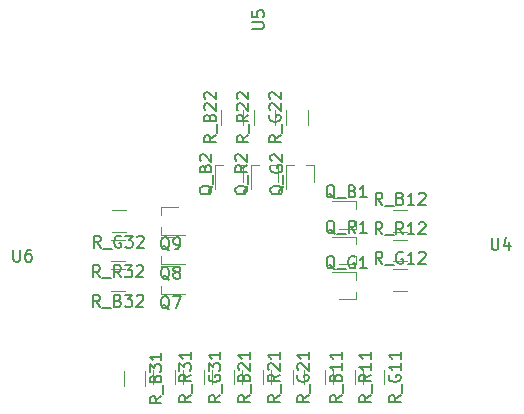
<source format=gbr>
G04 #@! TF.GenerationSoftware,KiCad,Pcbnew,5.1.6*
G04 #@! TF.CreationDate,2020-07-28T12:29:14+02:00*
G04 #@! TF.ProjectId,ESP32_lamp,45535033-325f-46c6-916d-702e6b696361,rev?*
G04 #@! TF.SameCoordinates,Original*
G04 #@! TF.FileFunction,Legend,Top*
G04 #@! TF.FilePolarity,Positive*
%FSLAX46Y46*%
G04 Gerber Fmt 4.6, Leading zero omitted, Abs format (unit mm)*
G04 Created by KiCad (PCBNEW 5.1.6) date 2020-07-28 12:29:14*
%MOMM*%
%LPD*%
G01*
G04 APERTURE LIST*
%ADD10C,0.120000*%
%ADD11C,0.150000*%
G04 APERTURE END LIST*
D10*
X154090000Y-99352064D02*
X154090000Y-98147936D01*
X155910000Y-99352064D02*
X155910000Y-98147936D01*
X154910000Y-120147936D02*
X154910000Y-121352064D01*
X153090000Y-120147936D02*
X153090000Y-121352064D01*
X165897936Y-109090000D02*
X167102064Y-109090000D01*
X165897936Y-110910000D02*
X167102064Y-110910000D01*
X162660000Y-120147936D02*
X162660000Y-121352064D01*
X160840000Y-120147936D02*
X160840000Y-121352064D01*
X156840000Y-99352064D02*
X156840000Y-98147936D01*
X158660000Y-99352064D02*
X158660000Y-98147936D01*
X157410000Y-120147936D02*
X157410000Y-121352064D01*
X155590000Y-120147936D02*
X155590000Y-121352064D01*
X165897936Y-111590000D02*
X167102064Y-111590000D01*
X165897936Y-113410000D02*
X167102064Y-113410000D01*
X165160000Y-120147936D02*
X165160000Y-121352064D01*
X163340000Y-120147936D02*
X163340000Y-121352064D01*
X151340000Y-99352064D02*
X151340000Y-98147936D01*
X153160000Y-99352064D02*
X153160000Y-98147936D01*
X152410000Y-120147936D02*
X152410000Y-121352064D01*
X150590000Y-120147936D02*
X150590000Y-121352064D01*
X165897936Y-106590000D02*
X167102064Y-106590000D01*
X165897936Y-108410000D02*
X167102064Y-108410000D01*
X160160000Y-120147936D02*
X160160000Y-121352064D01*
X158340000Y-120147936D02*
X158340000Y-121352064D01*
X143252064Y-108410000D02*
X142047936Y-108410000D01*
X143252064Y-106590000D02*
X142047936Y-106590000D01*
X143202064Y-110910000D02*
X141997936Y-110910000D01*
X143202064Y-109090000D02*
X141997936Y-109090000D01*
X143202064Y-113410000D02*
X141997936Y-113410000D01*
X143202064Y-111590000D02*
X141997936Y-111590000D01*
X149910000Y-120147936D02*
X149910000Y-121352064D01*
X148090000Y-120147936D02*
X148090000Y-121352064D01*
X147410000Y-120147936D02*
X147410000Y-121352064D01*
X145590000Y-120147936D02*
X145590000Y-121352064D01*
X144910000Y-120247936D02*
X144910000Y-121452064D01*
X143090000Y-120247936D02*
X143090000Y-121452064D01*
X155500000Y-102770000D02*
X156160000Y-102770000D01*
X153840000Y-102770000D02*
X154500000Y-102770000D01*
X153840000Y-102770000D02*
X153840000Y-104800000D01*
X156160000Y-104180000D02*
X156160000Y-102770000D01*
X162730000Y-110500000D02*
X162730000Y-111160000D01*
X162730000Y-108840000D02*
X162730000Y-109500000D01*
X162730000Y-108840000D02*
X160700000Y-108840000D01*
X161320000Y-111160000D02*
X162730000Y-111160000D01*
X158500000Y-102770000D02*
X159160000Y-102770000D01*
X156840000Y-102770000D02*
X157500000Y-102770000D01*
X156840000Y-102770000D02*
X156840000Y-104800000D01*
X159160000Y-104180000D02*
X159160000Y-102770000D01*
X162730000Y-113500000D02*
X162730000Y-114160000D01*
X162730000Y-111840000D02*
X162730000Y-112500000D01*
X162730000Y-111840000D02*
X160700000Y-111840000D01*
X161320000Y-114160000D02*
X162730000Y-114160000D01*
X152500000Y-102770000D02*
X153160000Y-102770000D01*
X150840000Y-102770000D02*
X151500000Y-102770000D01*
X150840000Y-102770000D02*
X150840000Y-104800000D01*
X153160000Y-104180000D02*
X153160000Y-102770000D01*
X162730000Y-107500000D02*
X162730000Y-108160000D01*
X162730000Y-105840000D02*
X162730000Y-106500000D01*
X162730000Y-105840000D02*
X160700000Y-105840000D01*
X161320000Y-108160000D02*
X162730000Y-108160000D01*
X146270000Y-107000000D02*
X146270000Y-106340000D01*
X146270000Y-108660000D02*
X146270000Y-108000000D01*
X146270000Y-108660000D02*
X148300000Y-108660000D01*
X147680000Y-106340000D02*
X146270000Y-106340000D01*
X146270000Y-109500000D02*
X146270000Y-108840000D01*
X146270000Y-111160000D02*
X146270000Y-110500000D01*
X146270000Y-111160000D02*
X148300000Y-111160000D01*
X147680000Y-108840000D02*
X146270000Y-108840000D01*
X146270000Y-112000000D02*
X146270000Y-111340000D01*
X146270000Y-113660000D02*
X146270000Y-113000000D01*
X146270000Y-113660000D02*
X148300000Y-113660000D01*
X147680000Y-111340000D02*
X146270000Y-111340000D01*
D11*
X133738095Y-109952380D02*
X133738095Y-110761904D01*
X133785714Y-110857142D01*
X133833333Y-110904761D01*
X133928571Y-110952380D01*
X134119047Y-110952380D01*
X134214285Y-110904761D01*
X134261904Y-110857142D01*
X134309523Y-110761904D01*
X134309523Y-109952380D01*
X135214285Y-109952380D02*
X135023809Y-109952380D01*
X134928571Y-110000000D01*
X134880952Y-110047619D01*
X134785714Y-110190476D01*
X134738095Y-110380952D01*
X134738095Y-110761904D01*
X134785714Y-110857142D01*
X134833333Y-110904761D01*
X134928571Y-110952380D01*
X135119047Y-110952380D01*
X135214285Y-110904761D01*
X135261904Y-110857142D01*
X135309523Y-110761904D01*
X135309523Y-110523809D01*
X135261904Y-110428571D01*
X135214285Y-110380952D01*
X135119047Y-110333333D01*
X134928571Y-110333333D01*
X134833333Y-110380952D01*
X134785714Y-110428571D01*
X134738095Y-110523809D01*
X153952380Y-91261904D02*
X154761904Y-91261904D01*
X154857142Y-91214285D01*
X154904761Y-91166666D01*
X154952380Y-91071428D01*
X154952380Y-90880952D01*
X154904761Y-90785714D01*
X154857142Y-90738095D01*
X154761904Y-90690476D01*
X153952380Y-90690476D01*
X153952380Y-89738095D02*
X153952380Y-90214285D01*
X154428571Y-90261904D01*
X154380952Y-90214285D01*
X154333333Y-90119047D01*
X154333333Y-89880952D01*
X154380952Y-89785714D01*
X154428571Y-89738095D01*
X154523809Y-89690476D01*
X154761904Y-89690476D01*
X154857142Y-89738095D01*
X154904761Y-89785714D01*
X154952380Y-89880952D01*
X154952380Y-90119047D01*
X154904761Y-90214285D01*
X154857142Y-90261904D01*
X174238095Y-108952380D02*
X174238095Y-109761904D01*
X174285714Y-109857142D01*
X174333333Y-109904761D01*
X174428571Y-109952380D01*
X174619047Y-109952380D01*
X174714285Y-109904761D01*
X174761904Y-109857142D01*
X174809523Y-109761904D01*
X174809523Y-108952380D01*
X175714285Y-109285714D02*
X175714285Y-109952380D01*
X175476190Y-108904761D02*
X175238095Y-109619047D01*
X175857142Y-109619047D01*
X153632380Y-100273809D02*
X153156190Y-100607142D01*
X153632380Y-100845238D02*
X152632380Y-100845238D01*
X152632380Y-100464285D01*
X152680000Y-100369047D01*
X152727619Y-100321428D01*
X152822857Y-100273809D01*
X152965714Y-100273809D01*
X153060952Y-100321428D01*
X153108571Y-100369047D01*
X153156190Y-100464285D01*
X153156190Y-100845238D01*
X153727619Y-100083333D02*
X153727619Y-99321428D01*
X153632380Y-98511904D02*
X153156190Y-98845238D01*
X153632380Y-99083333D02*
X152632380Y-99083333D01*
X152632380Y-98702380D01*
X152680000Y-98607142D01*
X152727619Y-98559523D01*
X152822857Y-98511904D01*
X152965714Y-98511904D01*
X153060952Y-98559523D01*
X153108571Y-98607142D01*
X153156190Y-98702380D01*
X153156190Y-99083333D01*
X152727619Y-98130952D02*
X152680000Y-98083333D01*
X152632380Y-97988095D01*
X152632380Y-97750000D01*
X152680000Y-97654761D01*
X152727619Y-97607142D01*
X152822857Y-97559523D01*
X152918095Y-97559523D01*
X153060952Y-97607142D01*
X153632380Y-98178571D01*
X153632380Y-97559523D01*
X152727619Y-97178571D02*
X152680000Y-97130952D01*
X152632380Y-97035714D01*
X152632380Y-96797619D01*
X152680000Y-96702380D01*
X152727619Y-96654761D01*
X152822857Y-96607142D01*
X152918095Y-96607142D01*
X153060952Y-96654761D01*
X153632380Y-97226190D01*
X153632380Y-96607142D01*
X156272380Y-122273809D02*
X155796190Y-122607142D01*
X156272380Y-122845238D02*
X155272380Y-122845238D01*
X155272380Y-122464285D01*
X155320000Y-122369047D01*
X155367619Y-122321428D01*
X155462857Y-122273809D01*
X155605714Y-122273809D01*
X155700952Y-122321428D01*
X155748571Y-122369047D01*
X155796190Y-122464285D01*
X155796190Y-122845238D01*
X156367619Y-122083333D02*
X156367619Y-121321428D01*
X156272380Y-120511904D02*
X155796190Y-120845238D01*
X156272380Y-121083333D02*
X155272380Y-121083333D01*
X155272380Y-120702380D01*
X155320000Y-120607142D01*
X155367619Y-120559523D01*
X155462857Y-120511904D01*
X155605714Y-120511904D01*
X155700952Y-120559523D01*
X155748571Y-120607142D01*
X155796190Y-120702380D01*
X155796190Y-121083333D01*
X155367619Y-120130952D02*
X155320000Y-120083333D01*
X155272380Y-119988095D01*
X155272380Y-119750000D01*
X155320000Y-119654761D01*
X155367619Y-119607142D01*
X155462857Y-119559523D01*
X155558095Y-119559523D01*
X155700952Y-119607142D01*
X156272380Y-120178571D01*
X156272380Y-119559523D01*
X156272380Y-118607142D02*
X156272380Y-119178571D01*
X156272380Y-118892857D02*
X155272380Y-118892857D01*
X155415238Y-118988095D01*
X155510476Y-119083333D01*
X155558095Y-119178571D01*
X164976190Y-108632380D02*
X164642857Y-108156190D01*
X164404761Y-108632380D02*
X164404761Y-107632380D01*
X164785714Y-107632380D01*
X164880952Y-107680000D01*
X164928571Y-107727619D01*
X164976190Y-107822857D01*
X164976190Y-107965714D01*
X164928571Y-108060952D01*
X164880952Y-108108571D01*
X164785714Y-108156190D01*
X164404761Y-108156190D01*
X165166666Y-108727619D02*
X165928571Y-108727619D01*
X166738095Y-108632380D02*
X166404761Y-108156190D01*
X166166666Y-108632380D02*
X166166666Y-107632380D01*
X166547619Y-107632380D01*
X166642857Y-107680000D01*
X166690476Y-107727619D01*
X166738095Y-107822857D01*
X166738095Y-107965714D01*
X166690476Y-108060952D01*
X166642857Y-108108571D01*
X166547619Y-108156190D01*
X166166666Y-108156190D01*
X167690476Y-108632380D02*
X167119047Y-108632380D01*
X167404761Y-108632380D02*
X167404761Y-107632380D01*
X167309523Y-107775238D01*
X167214285Y-107870476D01*
X167119047Y-107918095D01*
X168071428Y-107727619D02*
X168119047Y-107680000D01*
X168214285Y-107632380D01*
X168452380Y-107632380D01*
X168547619Y-107680000D01*
X168595238Y-107727619D01*
X168642857Y-107822857D01*
X168642857Y-107918095D01*
X168595238Y-108060952D01*
X168023809Y-108632380D01*
X168642857Y-108632380D01*
X164022380Y-122273809D02*
X163546190Y-122607142D01*
X164022380Y-122845238D02*
X163022380Y-122845238D01*
X163022380Y-122464285D01*
X163070000Y-122369047D01*
X163117619Y-122321428D01*
X163212857Y-122273809D01*
X163355714Y-122273809D01*
X163450952Y-122321428D01*
X163498571Y-122369047D01*
X163546190Y-122464285D01*
X163546190Y-122845238D01*
X164117619Y-122083333D02*
X164117619Y-121321428D01*
X164022380Y-120511904D02*
X163546190Y-120845238D01*
X164022380Y-121083333D02*
X163022380Y-121083333D01*
X163022380Y-120702380D01*
X163070000Y-120607142D01*
X163117619Y-120559523D01*
X163212857Y-120511904D01*
X163355714Y-120511904D01*
X163450952Y-120559523D01*
X163498571Y-120607142D01*
X163546190Y-120702380D01*
X163546190Y-121083333D01*
X164022380Y-119559523D02*
X164022380Y-120130952D01*
X164022380Y-119845238D02*
X163022380Y-119845238D01*
X163165238Y-119940476D01*
X163260476Y-120035714D01*
X163308095Y-120130952D01*
X164022380Y-118607142D02*
X164022380Y-119178571D01*
X164022380Y-118892857D02*
X163022380Y-118892857D01*
X163165238Y-118988095D01*
X163260476Y-119083333D01*
X163308095Y-119178571D01*
X156382380Y-100273809D02*
X155906190Y-100607142D01*
X156382380Y-100845238D02*
X155382380Y-100845238D01*
X155382380Y-100464285D01*
X155430000Y-100369047D01*
X155477619Y-100321428D01*
X155572857Y-100273809D01*
X155715714Y-100273809D01*
X155810952Y-100321428D01*
X155858571Y-100369047D01*
X155906190Y-100464285D01*
X155906190Y-100845238D01*
X156477619Y-100083333D02*
X156477619Y-99321428D01*
X155430000Y-98559523D02*
X155382380Y-98654761D01*
X155382380Y-98797619D01*
X155430000Y-98940476D01*
X155525238Y-99035714D01*
X155620476Y-99083333D01*
X155810952Y-99130952D01*
X155953809Y-99130952D01*
X156144285Y-99083333D01*
X156239523Y-99035714D01*
X156334761Y-98940476D01*
X156382380Y-98797619D01*
X156382380Y-98702380D01*
X156334761Y-98559523D01*
X156287142Y-98511904D01*
X155953809Y-98511904D01*
X155953809Y-98702380D01*
X155477619Y-98130952D02*
X155430000Y-98083333D01*
X155382380Y-97988095D01*
X155382380Y-97750000D01*
X155430000Y-97654761D01*
X155477619Y-97607142D01*
X155572857Y-97559523D01*
X155668095Y-97559523D01*
X155810952Y-97607142D01*
X156382380Y-98178571D01*
X156382380Y-97559523D01*
X155477619Y-97178571D02*
X155430000Y-97130952D01*
X155382380Y-97035714D01*
X155382380Y-96797619D01*
X155430000Y-96702380D01*
X155477619Y-96654761D01*
X155572857Y-96607142D01*
X155668095Y-96607142D01*
X155810952Y-96654761D01*
X156382380Y-97226190D01*
X156382380Y-96607142D01*
X158772380Y-122273809D02*
X158296190Y-122607142D01*
X158772380Y-122845238D02*
X157772380Y-122845238D01*
X157772380Y-122464285D01*
X157820000Y-122369047D01*
X157867619Y-122321428D01*
X157962857Y-122273809D01*
X158105714Y-122273809D01*
X158200952Y-122321428D01*
X158248571Y-122369047D01*
X158296190Y-122464285D01*
X158296190Y-122845238D01*
X158867619Y-122083333D02*
X158867619Y-121321428D01*
X157820000Y-120559523D02*
X157772380Y-120654761D01*
X157772380Y-120797619D01*
X157820000Y-120940476D01*
X157915238Y-121035714D01*
X158010476Y-121083333D01*
X158200952Y-121130952D01*
X158343809Y-121130952D01*
X158534285Y-121083333D01*
X158629523Y-121035714D01*
X158724761Y-120940476D01*
X158772380Y-120797619D01*
X158772380Y-120702380D01*
X158724761Y-120559523D01*
X158677142Y-120511904D01*
X158343809Y-120511904D01*
X158343809Y-120702380D01*
X157867619Y-120130952D02*
X157820000Y-120083333D01*
X157772380Y-119988095D01*
X157772380Y-119750000D01*
X157820000Y-119654761D01*
X157867619Y-119607142D01*
X157962857Y-119559523D01*
X158058095Y-119559523D01*
X158200952Y-119607142D01*
X158772380Y-120178571D01*
X158772380Y-119559523D01*
X158772380Y-118607142D02*
X158772380Y-119178571D01*
X158772380Y-118892857D02*
X157772380Y-118892857D01*
X157915238Y-118988095D01*
X158010476Y-119083333D01*
X158058095Y-119178571D01*
X164976190Y-111132380D02*
X164642857Y-110656190D01*
X164404761Y-111132380D02*
X164404761Y-110132380D01*
X164785714Y-110132380D01*
X164880952Y-110180000D01*
X164928571Y-110227619D01*
X164976190Y-110322857D01*
X164976190Y-110465714D01*
X164928571Y-110560952D01*
X164880952Y-110608571D01*
X164785714Y-110656190D01*
X164404761Y-110656190D01*
X165166666Y-111227619D02*
X165928571Y-111227619D01*
X166690476Y-110180000D02*
X166595238Y-110132380D01*
X166452380Y-110132380D01*
X166309523Y-110180000D01*
X166214285Y-110275238D01*
X166166666Y-110370476D01*
X166119047Y-110560952D01*
X166119047Y-110703809D01*
X166166666Y-110894285D01*
X166214285Y-110989523D01*
X166309523Y-111084761D01*
X166452380Y-111132380D01*
X166547619Y-111132380D01*
X166690476Y-111084761D01*
X166738095Y-111037142D01*
X166738095Y-110703809D01*
X166547619Y-110703809D01*
X167690476Y-111132380D02*
X167119047Y-111132380D01*
X167404761Y-111132380D02*
X167404761Y-110132380D01*
X167309523Y-110275238D01*
X167214285Y-110370476D01*
X167119047Y-110418095D01*
X168071428Y-110227619D02*
X168119047Y-110180000D01*
X168214285Y-110132380D01*
X168452380Y-110132380D01*
X168547619Y-110180000D01*
X168595238Y-110227619D01*
X168642857Y-110322857D01*
X168642857Y-110418095D01*
X168595238Y-110560952D01*
X168023809Y-111132380D01*
X168642857Y-111132380D01*
X166522380Y-122273809D02*
X166046190Y-122607142D01*
X166522380Y-122845238D02*
X165522380Y-122845238D01*
X165522380Y-122464285D01*
X165570000Y-122369047D01*
X165617619Y-122321428D01*
X165712857Y-122273809D01*
X165855714Y-122273809D01*
X165950952Y-122321428D01*
X165998571Y-122369047D01*
X166046190Y-122464285D01*
X166046190Y-122845238D01*
X166617619Y-122083333D02*
X166617619Y-121321428D01*
X165570000Y-120559523D02*
X165522380Y-120654761D01*
X165522380Y-120797619D01*
X165570000Y-120940476D01*
X165665238Y-121035714D01*
X165760476Y-121083333D01*
X165950952Y-121130952D01*
X166093809Y-121130952D01*
X166284285Y-121083333D01*
X166379523Y-121035714D01*
X166474761Y-120940476D01*
X166522380Y-120797619D01*
X166522380Y-120702380D01*
X166474761Y-120559523D01*
X166427142Y-120511904D01*
X166093809Y-120511904D01*
X166093809Y-120702380D01*
X166522380Y-119559523D02*
X166522380Y-120130952D01*
X166522380Y-119845238D02*
X165522380Y-119845238D01*
X165665238Y-119940476D01*
X165760476Y-120035714D01*
X165808095Y-120130952D01*
X166522380Y-118607142D02*
X166522380Y-119178571D01*
X166522380Y-118892857D02*
X165522380Y-118892857D01*
X165665238Y-118988095D01*
X165760476Y-119083333D01*
X165808095Y-119178571D01*
X150882380Y-100273809D02*
X150406190Y-100607142D01*
X150882380Y-100845238D02*
X149882380Y-100845238D01*
X149882380Y-100464285D01*
X149930000Y-100369047D01*
X149977619Y-100321428D01*
X150072857Y-100273809D01*
X150215714Y-100273809D01*
X150310952Y-100321428D01*
X150358571Y-100369047D01*
X150406190Y-100464285D01*
X150406190Y-100845238D01*
X150977619Y-100083333D02*
X150977619Y-99321428D01*
X150358571Y-98750000D02*
X150406190Y-98607142D01*
X150453809Y-98559523D01*
X150549047Y-98511904D01*
X150691904Y-98511904D01*
X150787142Y-98559523D01*
X150834761Y-98607142D01*
X150882380Y-98702380D01*
X150882380Y-99083333D01*
X149882380Y-99083333D01*
X149882380Y-98750000D01*
X149930000Y-98654761D01*
X149977619Y-98607142D01*
X150072857Y-98559523D01*
X150168095Y-98559523D01*
X150263333Y-98607142D01*
X150310952Y-98654761D01*
X150358571Y-98750000D01*
X150358571Y-99083333D01*
X149977619Y-98130952D02*
X149930000Y-98083333D01*
X149882380Y-97988095D01*
X149882380Y-97750000D01*
X149930000Y-97654761D01*
X149977619Y-97607142D01*
X150072857Y-97559523D01*
X150168095Y-97559523D01*
X150310952Y-97607142D01*
X150882380Y-98178571D01*
X150882380Y-97559523D01*
X149977619Y-97178571D02*
X149930000Y-97130952D01*
X149882380Y-97035714D01*
X149882380Y-96797619D01*
X149930000Y-96702380D01*
X149977619Y-96654761D01*
X150072857Y-96607142D01*
X150168095Y-96607142D01*
X150310952Y-96654761D01*
X150882380Y-97226190D01*
X150882380Y-96607142D01*
X153772380Y-122273809D02*
X153296190Y-122607142D01*
X153772380Y-122845238D02*
X152772380Y-122845238D01*
X152772380Y-122464285D01*
X152820000Y-122369047D01*
X152867619Y-122321428D01*
X152962857Y-122273809D01*
X153105714Y-122273809D01*
X153200952Y-122321428D01*
X153248571Y-122369047D01*
X153296190Y-122464285D01*
X153296190Y-122845238D01*
X153867619Y-122083333D02*
X153867619Y-121321428D01*
X153248571Y-120750000D02*
X153296190Y-120607142D01*
X153343809Y-120559523D01*
X153439047Y-120511904D01*
X153581904Y-120511904D01*
X153677142Y-120559523D01*
X153724761Y-120607142D01*
X153772380Y-120702380D01*
X153772380Y-121083333D01*
X152772380Y-121083333D01*
X152772380Y-120750000D01*
X152820000Y-120654761D01*
X152867619Y-120607142D01*
X152962857Y-120559523D01*
X153058095Y-120559523D01*
X153153333Y-120607142D01*
X153200952Y-120654761D01*
X153248571Y-120750000D01*
X153248571Y-121083333D01*
X152867619Y-120130952D02*
X152820000Y-120083333D01*
X152772380Y-119988095D01*
X152772380Y-119750000D01*
X152820000Y-119654761D01*
X152867619Y-119607142D01*
X152962857Y-119559523D01*
X153058095Y-119559523D01*
X153200952Y-119607142D01*
X153772380Y-120178571D01*
X153772380Y-119559523D01*
X153772380Y-118607142D02*
X153772380Y-119178571D01*
X153772380Y-118892857D02*
X152772380Y-118892857D01*
X152915238Y-118988095D01*
X153010476Y-119083333D01*
X153058095Y-119178571D01*
X164976190Y-106132380D02*
X164642857Y-105656190D01*
X164404761Y-106132380D02*
X164404761Y-105132380D01*
X164785714Y-105132380D01*
X164880952Y-105180000D01*
X164928571Y-105227619D01*
X164976190Y-105322857D01*
X164976190Y-105465714D01*
X164928571Y-105560952D01*
X164880952Y-105608571D01*
X164785714Y-105656190D01*
X164404761Y-105656190D01*
X165166666Y-106227619D02*
X165928571Y-106227619D01*
X166500000Y-105608571D02*
X166642857Y-105656190D01*
X166690476Y-105703809D01*
X166738095Y-105799047D01*
X166738095Y-105941904D01*
X166690476Y-106037142D01*
X166642857Y-106084761D01*
X166547619Y-106132380D01*
X166166666Y-106132380D01*
X166166666Y-105132380D01*
X166500000Y-105132380D01*
X166595238Y-105180000D01*
X166642857Y-105227619D01*
X166690476Y-105322857D01*
X166690476Y-105418095D01*
X166642857Y-105513333D01*
X166595238Y-105560952D01*
X166500000Y-105608571D01*
X166166666Y-105608571D01*
X167690476Y-106132380D02*
X167119047Y-106132380D01*
X167404761Y-106132380D02*
X167404761Y-105132380D01*
X167309523Y-105275238D01*
X167214285Y-105370476D01*
X167119047Y-105418095D01*
X168071428Y-105227619D02*
X168119047Y-105180000D01*
X168214285Y-105132380D01*
X168452380Y-105132380D01*
X168547619Y-105180000D01*
X168595238Y-105227619D01*
X168642857Y-105322857D01*
X168642857Y-105418095D01*
X168595238Y-105560952D01*
X168023809Y-106132380D01*
X168642857Y-106132380D01*
X161522380Y-122273809D02*
X161046190Y-122607142D01*
X161522380Y-122845238D02*
X160522380Y-122845238D01*
X160522380Y-122464285D01*
X160570000Y-122369047D01*
X160617619Y-122321428D01*
X160712857Y-122273809D01*
X160855714Y-122273809D01*
X160950952Y-122321428D01*
X160998571Y-122369047D01*
X161046190Y-122464285D01*
X161046190Y-122845238D01*
X161617619Y-122083333D02*
X161617619Y-121321428D01*
X160998571Y-120750000D02*
X161046190Y-120607142D01*
X161093809Y-120559523D01*
X161189047Y-120511904D01*
X161331904Y-120511904D01*
X161427142Y-120559523D01*
X161474761Y-120607142D01*
X161522380Y-120702380D01*
X161522380Y-121083333D01*
X160522380Y-121083333D01*
X160522380Y-120750000D01*
X160570000Y-120654761D01*
X160617619Y-120607142D01*
X160712857Y-120559523D01*
X160808095Y-120559523D01*
X160903333Y-120607142D01*
X160950952Y-120654761D01*
X160998571Y-120750000D01*
X160998571Y-121083333D01*
X161522380Y-119559523D02*
X161522380Y-120130952D01*
X161522380Y-119845238D02*
X160522380Y-119845238D01*
X160665238Y-119940476D01*
X160760476Y-120035714D01*
X160808095Y-120130952D01*
X161522380Y-118607142D02*
X161522380Y-119178571D01*
X161522380Y-118892857D02*
X160522380Y-118892857D01*
X160665238Y-118988095D01*
X160760476Y-119083333D01*
X160808095Y-119178571D01*
X141126190Y-109772380D02*
X140792857Y-109296190D01*
X140554761Y-109772380D02*
X140554761Y-108772380D01*
X140935714Y-108772380D01*
X141030952Y-108820000D01*
X141078571Y-108867619D01*
X141126190Y-108962857D01*
X141126190Y-109105714D01*
X141078571Y-109200952D01*
X141030952Y-109248571D01*
X140935714Y-109296190D01*
X140554761Y-109296190D01*
X141316666Y-109867619D02*
X142078571Y-109867619D01*
X142840476Y-108820000D02*
X142745238Y-108772380D01*
X142602380Y-108772380D01*
X142459523Y-108820000D01*
X142364285Y-108915238D01*
X142316666Y-109010476D01*
X142269047Y-109200952D01*
X142269047Y-109343809D01*
X142316666Y-109534285D01*
X142364285Y-109629523D01*
X142459523Y-109724761D01*
X142602380Y-109772380D01*
X142697619Y-109772380D01*
X142840476Y-109724761D01*
X142888095Y-109677142D01*
X142888095Y-109343809D01*
X142697619Y-109343809D01*
X143221428Y-108772380D02*
X143840476Y-108772380D01*
X143507142Y-109153333D01*
X143650000Y-109153333D01*
X143745238Y-109200952D01*
X143792857Y-109248571D01*
X143840476Y-109343809D01*
X143840476Y-109581904D01*
X143792857Y-109677142D01*
X143745238Y-109724761D01*
X143650000Y-109772380D01*
X143364285Y-109772380D01*
X143269047Y-109724761D01*
X143221428Y-109677142D01*
X144221428Y-108867619D02*
X144269047Y-108820000D01*
X144364285Y-108772380D01*
X144602380Y-108772380D01*
X144697619Y-108820000D01*
X144745238Y-108867619D01*
X144792857Y-108962857D01*
X144792857Y-109058095D01*
X144745238Y-109200952D01*
X144173809Y-109772380D01*
X144792857Y-109772380D01*
X141076190Y-112272380D02*
X140742857Y-111796190D01*
X140504761Y-112272380D02*
X140504761Y-111272380D01*
X140885714Y-111272380D01*
X140980952Y-111320000D01*
X141028571Y-111367619D01*
X141076190Y-111462857D01*
X141076190Y-111605714D01*
X141028571Y-111700952D01*
X140980952Y-111748571D01*
X140885714Y-111796190D01*
X140504761Y-111796190D01*
X141266666Y-112367619D02*
X142028571Y-112367619D01*
X142838095Y-112272380D02*
X142504761Y-111796190D01*
X142266666Y-112272380D02*
X142266666Y-111272380D01*
X142647619Y-111272380D01*
X142742857Y-111320000D01*
X142790476Y-111367619D01*
X142838095Y-111462857D01*
X142838095Y-111605714D01*
X142790476Y-111700952D01*
X142742857Y-111748571D01*
X142647619Y-111796190D01*
X142266666Y-111796190D01*
X143171428Y-111272380D02*
X143790476Y-111272380D01*
X143457142Y-111653333D01*
X143600000Y-111653333D01*
X143695238Y-111700952D01*
X143742857Y-111748571D01*
X143790476Y-111843809D01*
X143790476Y-112081904D01*
X143742857Y-112177142D01*
X143695238Y-112224761D01*
X143600000Y-112272380D01*
X143314285Y-112272380D01*
X143219047Y-112224761D01*
X143171428Y-112177142D01*
X144171428Y-111367619D02*
X144219047Y-111320000D01*
X144314285Y-111272380D01*
X144552380Y-111272380D01*
X144647619Y-111320000D01*
X144695238Y-111367619D01*
X144742857Y-111462857D01*
X144742857Y-111558095D01*
X144695238Y-111700952D01*
X144123809Y-112272380D01*
X144742857Y-112272380D01*
X141076190Y-114772380D02*
X140742857Y-114296190D01*
X140504761Y-114772380D02*
X140504761Y-113772380D01*
X140885714Y-113772380D01*
X140980952Y-113820000D01*
X141028571Y-113867619D01*
X141076190Y-113962857D01*
X141076190Y-114105714D01*
X141028571Y-114200952D01*
X140980952Y-114248571D01*
X140885714Y-114296190D01*
X140504761Y-114296190D01*
X141266666Y-114867619D02*
X142028571Y-114867619D01*
X142600000Y-114248571D02*
X142742857Y-114296190D01*
X142790476Y-114343809D01*
X142838095Y-114439047D01*
X142838095Y-114581904D01*
X142790476Y-114677142D01*
X142742857Y-114724761D01*
X142647619Y-114772380D01*
X142266666Y-114772380D01*
X142266666Y-113772380D01*
X142600000Y-113772380D01*
X142695238Y-113820000D01*
X142742857Y-113867619D01*
X142790476Y-113962857D01*
X142790476Y-114058095D01*
X142742857Y-114153333D01*
X142695238Y-114200952D01*
X142600000Y-114248571D01*
X142266666Y-114248571D01*
X143171428Y-113772380D02*
X143790476Y-113772380D01*
X143457142Y-114153333D01*
X143600000Y-114153333D01*
X143695238Y-114200952D01*
X143742857Y-114248571D01*
X143790476Y-114343809D01*
X143790476Y-114581904D01*
X143742857Y-114677142D01*
X143695238Y-114724761D01*
X143600000Y-114772380D01*
X143314285Y-114772380D01*
X143219047Y-114724761D01*
X143171428Y-114677142D01*
X144171428Y-113867619D02*
X144219047Y-113820000D01*
X144314285Y-113772380D01*
X144552380Y-113772380D01*
X144647619Y-113820000D01*
X144695238Y-113867619D01*
X144742857Y-113962857D01*
X144742857Y-114058095D01*
X144695238Y-114200952D01*
X144123809Y-114772380D01*
X144742857Y-114772380D01*
X151272380Y-122273809D02*
X150796190Y-122607142D01*
X151272380Y-122845238D02*
X150272380Y-122845238D01*
X150272380Y-122464285D01*
X150320000Y-122369047D01*
X150367619Y-122321428D01*
X150462857Y-122273809D01*
X150605714Y-122273809D01*
X150700952Y-122321428D01*
X150748571Y-122369047D01*
X150796190Y-122464285D01*
X150796190Y-122845238D01*
X151367619Y-122083333D02*
X151367619Y-121321428D01*
X150320000Y-120559523D02*
X150272380Y-120654761D01*
X150272380Y-120797619D01*
X150320000Y-120940476D01*
X150415238Y-121035714D01*
X150510476Y-121083333D01*
X150700952Y-121130952D01*
X150843809Y-121130952D01*
X151034285Y-121083333D01*
X151129523Y-121035714D01*
X151224761Y-120940476D01*
X151272380Y-120797619D01*
X151272380Y-120702380D01*
X151224761Y-120559523D01*
X151177142Y-120511904D01*
X150843809Y-120511904D01*
X150843809Y-120702380D01*
X150272380Y-120178571D02*
X150272380Y-119559523D01*
X150653333Y-119892857D01*
X150653333Y-119750000D01*
X150700952Y-119654761D01*
X150748571Y-119607142D01*
X150843809Y-119559523D01*
X151081904Y-119559523D01*
X151177142Y-119607142D01*
X151224761Y-119654761D01*
X151272380Y-119750000D01*
X151272380Y-120035714D01*
X151224761Y-120130952D01*
X151177142Y-120178571D01*
X151272380Y-118607142D02*
X151272380Y-119178571D01*
X151272380Y-118892857D02*
X150272380Y-118892857D01*
X150415238Y-118988095D01*
X150510476Y-119083333D01*
X150558095Y-119178571D01*
X148772380Y-122273809D02*
X148296190Y-122607142D01*
X148772380Y-122845238D02*
X147772380Y-122845238D01*
X147772380Y-122464285D01*
X147820000Y-122369047D01*
X147867619Y-122321428D01*
X147962857Y-122273809D01*
X148105714Y-122273809D01*
X148200952Y-122321428D01*
X148248571Y-122369047D01*
X148296190Y-122464285D01*
X148296190Y-122845238D01*
X148867619Y-122083333D02*
X148867619Y-121321428D01*
X148772380Y-120511904D02*
X148296190Y-120845238D01*
X148772380Y-121083333D02*
X147772380Y-121083333D01*
X147772380Y-120702380D01*
X147820000Y-120607142D01*
X147867619Y-120559523D01*
X147962857Y-120511904D01*
X148105714Y-120511904D01*
X148200952Y-120559523D01*
X148248571Y-120607142D01*
X148296190Y-120702380D01*
X148296190Y-121083333D01*
X147772380Y-120178571D02*
X147772380Y-119559523D01*
X148153333Y-119892857D01*
X148153333Y-119750000D01*
X148200952Y-119654761D01*
X148248571Y-119607142D01*
X148343809Y-119559523D01*
X148581904Y-119559523D01*
X148677142Y-119607142D01*
X148724761Y-119654761D01*
X148772380Y-119750000D01*
X148772380Y-120035714D01*
X148724761Y-120130952D01*
X148677142Y-120178571D01*
X148772380Y-118607142D02*
X148772380Y-119178571D01*
X148772380Y-118892857D02*
X147772380Y-118892857D01*
X147915238Y-118988095D01*
X148010476Y-119083333D01*
X148058095Y-119178571D01*
X146272380Y-122373809D02*
X145796190Y-122707142D01*
X146272380Y-122945238D02*
X145272380Y-122945238D01*
X145272380Y-122564285D01*
X145320000Y-122469047D01*
X145367619Y-122421428D01*
X145462857Y-122373809D01*
X145605714Y-122373809D01*
X145700952Y-122421428D01*
X145748571Y-122469047D01*
X145796190Y-122564285D01*
X145796190Y-122945238D01*
X146367619Y-122183333D02*
X146367619Y-121421428D01*
X145748571Y-120850000D02*
X145796190Y-120707142D01*
X145843809Y-120659523D01*
X145939047Y-120611904D01*
X146081904Y-120611904D01*
X146177142Y-120659523D01*
X146224761Y-120707142D01*
X146272380Y-120802380D01*
X146272380Y-121183333D01*
X145272380Y-121183333D01*
X145272380Y-120850000D01*
X145320000Y-120754761D01*
X145367619Y-120707142D01*
X145462857Y-120659523D01*
X145558095Y-120659523D01*
X145653333Y-120707142D01*
X145700952Y-120754761D01*
X145748571Y-120850000D01*
X145748571Y-121183333D01*
X145272380Y-120278571D02*
X145272380Y-119659523D01*
X145653333Y-119992857D01*
X145653333Y-119850000D01*
X145700952Y-119754761D01*
X145748571Y-119707142D01*
X145843809Y-119659523D01*
X146081904Y-119659523D01*
X146177142Y-119707142D01*
X146224761Y-119754761D01*
X146272380Y-119850000D01*
X146272380Y-120135714D01*
X146224761Y-120230952D01*
X146177142Y-120278571D01*
X146272380Y-118707142D02*
X146272380Y-119278571D01*
X146272380Y-118992857D02*
X145272380Y-118992857D01*
X145415238Y-119088095D01*
X145510476Y-119183333D01*
X145558095Y-119278571D01*
X153597619Y-104526190D02*
X153550000Y-104621428D01*
X153454761Y-104716666D01*
X153311904Y-104859523D01*
X153264285Y-104954761D01*
X153264285Y-105050000D01*
X153502380Y-105002380D02*
X153454761Y-105097619D01*
X153359523Y-105192857D01*
X153169047Y-105240476D01*
X152835714Y-105240476D01*
X152645238Y-105192857D01*
X152550000Y-105097619D01*
X152502380Y-105002380D01*
X152502380Y-104811904D01*
X152550000Y-104716666D01*
X152645238Y-104621428D01*
X152835714Y-104573809D01*
X153169047Y-104573809D01*
X153359523Y-104621428D01*
X153454761Y-104716666D01*
X153502380Y-104811904D01*
X153502380Y-105002380D01*
X153597619Y-104383333D02*
X153597619Y-103621428D01*
X153502380Y-102811904D02*
X153026190Y-103145238D01*
X153502380Y-103383333D02*
X152502380Y-103383333D01*
X152502380Y-103002380D01*
X152550000Y-102907142D01*
X152597619Y-102859523D01*
X152692857Y-102811904D01*
X152835714Y-102811904D01*
X152930952Y-102859523D01*
X152978571Y-102907142D01*
X153026190Y-103002380D01*
X153026190Y-103383333D01*
X152597619Y-102430952D02*
X152550000Y-102383333D01*
X152502380Y-102288095D01*
X152502380Y-102050000D01*
X152550000Y-101954761D01*
X152597619Y-101907142D01*
X152692857Y-101859523D01*
X152788095Y-101859523D01*
X152930952Y-101907142D01*
X153502380Y-102478571D01*
X153502380Y-101859523D01*
X160973809Y-108597619D02*
X160878571Y-108550000D01*
X160783333Y-108454761D01*
X160640476Y-108311904D01*
X160545238Y-108264285D01*
X160450000Y-108264285D01*
X160497619Y-108502380D02*
X160402380Y-108454761D01*
X160307142Y-108359523D01*
X160259523Y-108169047D01*
X160259523Y-107835714D01*
X160307142Y-107645238D01*
X160402380Y-107550000D01*
X160497619Y-107502380D01*
X160688095Y-107502380D01*
X160783333Y-107550000D01*
X160878571Y-107645238D01*
X160926190Y-107835714D01*
X160926190Y-108169047D01*
X160878571Y-108359523D01*
X160783333Y-108454761D01*
X160688095Y-108502380D01*
X160497619Y-108502380D01*
X161116666Y-108597619D02*
X161878571Y-108597619D01*
X162688095Y-108502380D02*
X162354761Y-108026190D01*
X162116666Y-108502380D02*
X162116666Y-107502380D01*
X162497619Y-107502380D01*
X162592857Y-107550000D01*
X162640476Y-107597619D01*
X162688095Y-107692857D01*
X162688095Y-107835714D01*
X162640476Y-107930952D01*
X162592857Y-107978571D01*
X162497619Y-108026190D01*
X162116666Y-108026190D01*
X163640476Y-108502380D02*
X163069047Y-108502380D01*
X163354761Y-108502380D02*
X163354761Y-107502380D01*
X163259523Y-107645238D01*
X163164285Y-107740476D01*
X163069047Y-107788095D01*
X156597619Y-104526190D02*
X156550000Y-104621428D01*
X156454761Y-104716666D01*
X156311904Y-104859523D01*
X156264285Y-104954761D01*
X156264285Y-105050000D01*
X156502380Y-105002380D02*
X156454761Y-105097619D01*
X156359523Y-105192857D01*
X156169047Y-105240476D01*
X155835714Y-105240476D01*
X155645238Y-105192857D01*
X155550000Y-105097619D01*
X155502380Y-105002380D01*
X155502380Y-104811904D01*
X155550000Y-104716666D01*
X155645238Y-104621428D01*
X155835714Y-104573809D01*
X156169047Y-104573809D01*
X156359523Y-104621428D01*
X156454761Y-104716666D01*
X156502380Y-104811904D01*
X156502380Y-105002380D01*
X156597619Y-104383333D02*
X156597619Y-103621428D01*
X155550000Y-102859523D02*
X155502380Y-102954761D01*
X155502380Y-103097619D01*
X155550000Y-103240476D01*
X155645238Y-103335714D01*
X155740476Y-103383333D01*
X155930952Y-103430952D01*
X156073809Y-103430952D01*
X156264285Y-103383333D01*
X156359523Y-103335714D01*
X156454761Y-103240476D01*
X156502380Y-103097619D01*
X156502380Y-103002380D01*
X156454761Y-102859523D01*
X156407142Y-102811904D01*
X156073809Y-102811904D01*
X156073809Y-103002380D01*
X155597619Y-102430952D02*
X155550000Y-102383333D01*
X155502380Y-102288095D01*
X155502380Y-102050000D01*
X155550000Y-101954761D01*
X155597619Y-101907142D01*
X155692857Y-101859523D01*
X155788095Y-101859523D01*
X155930952Y-101907142D01*
X156502380Y-102478571D01*
X156502380Y-101859523D01*
X160973809Y-111597619D02*
X160878571Y-111550000D01*
X160783333Y-111454761D01*
X160640476Y-111311904D01*
X160545238Y-111264285D01*
X160450000Y-111264285D01*
X160497619Y-111502380D02*
X160402380Y-111454761D01*
X160307142Y-111359523D01*
X160259523Y-111169047D01*
X160259523Y-110835714D01*
X160307142Y-110645238D01*
X160402380Y-110550000D01*
X160497619Y-110502380D01*
X160688095Y-110502380D01*
X160783333Y-110550000D01*
X160878571Y-110645238D01*
X160926190Y-110835714D01*
X160926190Y-111169047D01*
X160878571Y-111359523D01*
X160783333Y-111454761D01*
X160688095Y-111502380D01*
X160497619Y-111502380D01*
X161116666Y-111597619D02*
X161878571Y-111597619D01*
X162640476Y-110550000D02*
X162545238Y-110502380D01*
X162402380Y-110502380D01*
X162259523Y-110550000D01*
X162164285Y-110645238D01*
X162116666Y-110740476D01*
X162069047Y-110930952D01*
X162069047Y-111073809D01*
X162116666Y-111264285D01*
X162164285Y-111359523D01*
X162259523Y-111454761D01*
X162402380Y-111502380D01*
X162497619Y-111502380D01*
X162640476Y-111454761D01*
X162688095Y-111407142D01*
X162688095Y-111073809D01*
X162497619Y-111073809D01*
X163640476Y-111502380D02*
X163069047Y-111502380D01*
X163354761Y-111502380D02*
X163354761Y-110502380D01*
X163259523Y-110645238D01*
X163164285Y-110740476D01*
X163069047Y-110788095D01*
X150597619Y-104526190D02*
X150550000Y-104621428D01*
X150454761Y-104716666D01*
X150311904Y-104859523D01*
X150264285Y-104954761D01*
X150264285Y-105050000D01*
X150502380Y-105002380D02*
X150454761Y-105097619D01*
X150359523Y-105192857D01*
X150169047Y-105240476D01*
X149835714Y-105240476D01*
X149645238Y-105192857D01*
X149550000Y-105097619D01*
X149502380Y-105002380D01*
X149502380Y-104811904D01*
X149550000Y-104716666D01*
X149645238Y-104621428D01*
X149835714Y-104573809D01*
X150169047Y-104573809D01*
X150359523Y-104621428D01*
X150454761Y-104716666D01*
X150502380Y-104811904D01*
X150502380Y-105002380D01*
X150597619Y-104383333D02*
X150597619Y-103621428D01*
X149978571Y-103050000D02*
X150026190Y-102907142D01*
X150073809Y-102859523D01*
X150169047Y-102811904D01*
X150311904Y-102811904D01*
X150407142Y-102859523D01*
X150454761Y-102907142D01*
X150502380Y-103002380D01*
X150502380Y-103383333D01*
X149502380Y-103383333D01*
X149502380Y-103050000D01*
X149550000Y-102954761D01*
X149597619Y-102907142D01*
X149692857Y-102859523D01*
X149788095Y-102859523D01*
X149883333Y-102907142D01*
X149930952Y-102954761D01*
X149978571Y-103050000D01*
X149978571Y-103383333D01*
X149597619Y-102430952D02*
X149550000Y-102383333D01*
X149502380Y-102288095D01*
X149502380Y-102050000D01*
X149550000Y-101954761D01*
X149597619Y-101907142D01*
X149692857Y-101859523D01*
X149788095Y-101859523D01*
X149930952Y-101907142D01*
X150502380Y-102478571D01*
X150502380Y-101859523D01*
X160973809Y-105597619D02*
X160878571Y-105550000D01*
X160783333Y-105454761D01*
X160640476Y-105311904D01*
X160545238Y-105264285D01*
X160450000Y-105264285D01*
X160497619Y-105502380D02*
X160402380Y-105454761D01*
X160307142Y-105359523D01*
X160259523Y-105169047D01*
X160259523Y-104835714D01*
X160307142Y-104645238D01*
X160402380Y-104550000D01*
X160497619Y-104502380D01*
X160688095Y-104502380D01*
X160783333Y-104550000D01*
X160878571Y-104645238D01*
X160926190Y-104835714D01*
X160926190Y-105169047D01*
X160878571Y-105359523D01*
X160783333Y-105454761D01*
X160688095Y-105502380D01*
X160497619Y-105502380D01*
X161116666Y-105597619D02*
X161878571Y-105597619D01*
X162450000Y-104978571D02*
X162592857Y-105026190D01*
X162640476Y-105073809D01*
X162688095Y-105169047D01*
X162688095Y-105311904D01*
X162640476Y-105407142D01*
X162592857Y-105454761D01*
X162497619Y-105502380D01*
X162116666Y-105502380D01*
X162116666Y-104502380D01*
X162450000Y-104502380D01*
X162545238Y-104550000D01*
X162592857Y-104597619D01*
X162640476Y-104692857D01*
X162640476Y-104788095D01*
X162592857Y-104883333D01*
X162545238Y-104930952D01*
X162450000Y-104978571D01*
X162116666Y-104978571D01*
X163640476Y-105502380D02*
X163069047Y-105502380D01*
X163354761Y-105502380D02*
X163354761Y-104502380D01*
X163259523Y-104645238D01*
X163164285Y-104740476D01*
X163069047Y-104788095D01*
X146954761Y-109997619D02*
X146859523Y-109950000D01*
X146764285Y-109854761D01*
X146621428Y-109711904D01*
X146526190Y-109664285D01*
X146430952Y-109664285D01*
X146478571Y-109902380D02*
X146383333Y-109854761D01*
X146288095Y-109759523D01*
X146240476Y-109569047D01*
X146240476Y-109235714D01*
X146288095Y-109045238D01*
X146383333Y-108950000D01*
X146478571Y-108902380D01*
X146669047Y-108902380D01*
X146764285Y-108950000D01*
X146859523Y-109045238D01*
X146907142Y-109235714D01*
X146907142Y-109569047D01*
X146859523Y-109759523D01*
X146764285Y-109854761D01*
X146669047Y-109902380D01*
X146478571Y-109902380D01*
X147383333Y-109902380D02*
X147573809Y-109902380D01*
X147669047Y-109854761D01*
X147716666Y-109807142D01*
X147811904Y-109664285D01*
X147859523Y-109473809D01*
X147859523Y-109092857D01*
X147811904Y-108997619D01*
X147764285Y-108950000D01*
X147669047Y-108902380D01*
X147478571Y-108902380D01*
X147383333Y-108950000D01*
X147335714Y-108997619D01*
X147288095Y-109092857D01*
X147288095Y-109330952D01*
X147335714Y-109426190D01*
X147383333Y-109473809D01*
X147478571Y-109521428D01*
X147669047Y-109521428D01*
X147764285Y-109473809D01*
X147811904Y-109426190D01*
X147859523Y-109330952D01*
X146954761Y-112497619D02*
X146859523Y-112450000D01*
X146764285Y-112354761D01*
X146621428Y-112211904D01*
X146526190Y-112164285D01*
X146430952Y-112164285D01*
X146478571Y-112402380D02*
X146383333Y-112354761D01*
X146288095Y-112259523D01*
X146240476Y-112069047D01*
X146240476Y-111735714D01*
X146288095Y-111545238D01*
X146383333Y-111450000D01*
X146478571Y-111402380D01*
X146669047Y-111402380D01*
X146764285Y-111450000D01*
X146859523Y-111545238D01*
X146907142Y-111735714D01*
X146907142Y-112069047D01*
X146859523Y-112259523D01*
X146764285Y-112354761D01*
X146669047Y-112402380D01*
X146478571Y-112402380D01*
X147478571Y-111830952D02*
X147383333Y-111783333D01*
X147335714Y-111735714D01*
X147288095Y-111640476D01*
X147288095Y-111592857D01*
X147335714Y-111497619D01*
X147383333Y-111450000D01*
X147478571Y-111402380D01*
X147669047Y-111402380D01*
X147764285Y-111450000D01*
X147811904Y-111497619D01*
X147859523Y-111592857D01*
X147859523Y-111640476D01*
X147811904Y-111735714D01*
X147764285Y-111783333D01*
X147669047Y-111830952D01*
X147478571Y-111830952D01*
X147383333Y-111878571D01*
X147335714Y-111926190D01*
X147288095Y-112021428D01*
X147288095Y-112211904D01*
X147335714Y-112307142D01*
X147383333Y-112354761D01*
X147478571Y-112402380D01*
X147669047Y-112402380D01*
X147764285Y-112354761D01*
X147811904Y-112307142D01*
X147859523Y-112211904D01*
X147859523Y-112021428D01*
X147811904Y-111926190D01*
X147764285Y-111878571D01*
X147669047Y-111830952D01*
X146954761Y-114997619D02*
X146859523Y-114950000D01*
X146764285Y-114854761D01*
X146621428Y-114711904D01*
X146526190Y-114664285D01*
X146430952Y-114664285D01*
X146478571Y-114902380D02*
X146383333Y-114854761D01*
X146288095Y-114759523D01*
X146240476Y-114569047D01*
X146240476Y-114235714D01*
X146288095Y-114045238D01*
X146383333Y-113950000D01*
X146478571Y-113902380D01*
X146669047Y-113902380D01*
X146764285Y-113950000D01*
X146859523Y-114045238D01*
X146907142Y-114235714D01*
X146907142Y-114569047D01*
X146859523Y-114759523D01*
X146764285Y-114854761D01*
X146669047Y-114902380D01*
X146478571Y-114902380D01*
X147240476Y-113902380D02*
X147907142Y-113902380D01*
X147478571Y-114902380D01*
M02*

</source>
